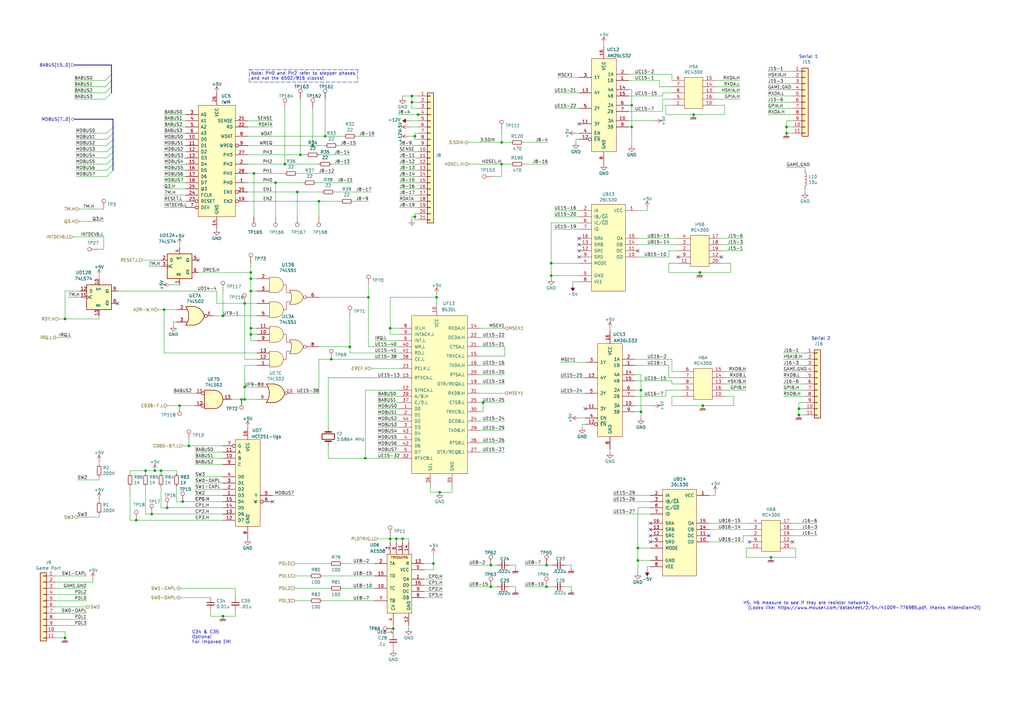
<source format=kicad_sch>
(kicad_sch (version 20211123) (generator eeschema)
  (paper "A3")
  (title_block (title "IWM, Serial, Gameport") (rev "2") (company "bald.ee/bitpreserve") (comment 1 "ROM3 / 1 Mb IIgs") (comment 2 "Redrawn by james@baldengineer"))
  (junction (at 63.5 193.04))
  (junction (at 130.81 82.55))
  (junction (at 99.06 163.83))
  (junction (at 100.33 124.46))
  (junction (at 226.06 107.95))
  (junction (at 26.67 261.62))
  (junction (at 168.91 41.91))
  (junction (at 161.29 257.81))
  (junction (at 284.48 46.99))
  (junction (at 322.58 54.61))
  (junction (at 123.19 63.5))
  (junction (at 179.07 121.92))
  (junction (at 133.35 55.88))
  (junction (at 66.04 193.04))
  (junction (at 67.31 127))
  (junction (at 171.45 46.99))
  (junction (at 149.86 187.96))
  (junction (at 160.02 134.62))
  (junction (at 68.58 208.28))
  (junction (at 288.29 166.37))
  (junction (at 102.87 119.38))
  (junction (at 113.03 74.93))
  (junction (at 91.44 252.73))
  (junction (at 162.56 220.98))
  (junction (at 26.67 130.81))
  (junction (at 205.74 67.31))
  (junction (at 259.08 43.18))
  (junction (at 316.23 228.6))
  (junction (at 327.66 167.64))
  (junction (at 327.66 170.18))
  (junction (at 100.33 158.75))
  (junction (at 261.62 229.87))
  (junction (at 77.47 182.88))
  (junction (at 102.87 134.62))
  (junction (at 128.27 59.69))
  (junction (at 177.8 231.14))
  (junction (at 151.13 121.92))
  (junction (at 165.1 220.98))
  (junction (at 100.33 163.83))
  (junction (at 55.88 213.36))
  (junction (at 116.84 67.31))
  (junction (at 102.87 111.76))
  (junction (at 205.74 58.42))
  (junction (at 180.34 201.93))
  (junction (at 121.92 78.74))
  (junction (at 224.155 231.775))
  (junction (at 261.62 224.79))
  (junction (at 224.155 240.665))
  (junction (at 74.93 205.74))
  (junction (at 73.66 166.37))
  (junction (at 170.18 88.9))
  (junction (at 102.87 137.16))
  (junction (at 168.91 39.37))
  (junction (at 62.23 210.82))
  (junction (at 259.08 52.07))
  (junction (at 322.58 52.07))
  (junction (at 143.51 142.24))
  (junction (at 262.89 160.02))
  (junction (at 262.89 168.91))
  (junction (at 59.69 193.04))
  (junction (at 91.44 129.54))
  (junction (at 198.12 165.1))
  (junction (at 135.89 147.32))
  (junction (at 226.06 113.03))
  (junction (at 287.02 111.76))
  (junction (at 201.295 231.775))
  (junction (at 102.87 114.3))
  (junction (at 201.295 240.665))
  (junction (at 104.14 71.12))
  (junction (at 170.18 55.88))
  (junction (at 160.02 220.98))
  (no_connect (at 307.34 222.25))
  (no_connect (at 237.49 97.79))
  (no_connect (at 261.62 102.87))
  (no_connect (at 48.26 124.46))
  (no_connect (at 266.7 214.63))
  (no_connect (at 290.83 219.71))
  (no_connect (at 237.49 105.41))
  (no_connect (at 295.91 105.41))
  (no_connect (at 237.49 100.33))
  (no_connect (at 237.49 50.8))
  (no_connect (at 240.03 167.64))
  (no_connect (at 237.49 102.87))
  (no_connect (at 278.13 105.41))
  (no_connect (at 111.76 205.74))
  (no_connect (at 266.7 222.25))
  (no_connect (at 81.28 106.68))
  (no_connect (at 266.7 219.71))
  (no_connect (at 266.7 217.17))
  (no_connect (at 325.12 222.25))
  (bus_entry (at 45.72 33.02) (size -2.54 2.54))
  (bus_entry (at 46.355 54.61) (size -2.54 2.54))
  (bus_entry (at 45.72 38.1) (size -2.54 2.54))
  (bus_entry (at 46.355 59.69) (size -2.54 2.54))
  (bus_entry (at 46.355 67.31) (size -2.54 2.54))
  (bus_entry (at 46.355 69.85) (size -2.54 2.54))
  (bus_entry (at 46.355 52.07) (size -2.54 2.54))
  (bus_entry (at 46.355 57.15) (size -2.54 2.54))
  (bus_entry (at 45.72 30.48) (size -2.54 2.54))
  (bus_entry (at 46.355 62.23) (size -2.54 2.54))
  (bus_entry (at 46.355 64.77) (size -2.54 2.54))
  (bus_entry (at 45.72 35.56) (size -2.54 2.54))
  (wire (pts (xy 290.83 217.17) (xy 307.34 217.17)))
  (wire (pts (xy 207.01 142.24) (xy 207.01 146.05)))
  (wire (pts (xy 101.6 49.53) (xy 111.76 49.53)))
  (wire (pts (xy 162.56 222.25) (xy 162.56 220.98)))
  (wire (pts (xy 48.26 119.38) (xy 88.9 119.38)))
  (wire (pts (xy 43.815 67.31) (xy 31.115 67.31)))
  (wire (pts (xy 198.12 165.1) (xy 207.01 165.1)))
  (wire (pts (xy 170.18 88.9) (xy 170.18 90.17)))
  (wire (pts (xy 160.02 219.71) (xy 160.02 220.98)))
  (wire (pts (xy 177.8 233.68) (xy 177.8 231.14)))
  (wire (pts (xy 102.87 134.62) (xy 102.87 137.16)))
  (wire (pts (xy 116.84 67.31) (xy 130.81 67.31)))
  (wire (pts (xy 261.62 224.79) (xy 261.62 229.87)))
  (wire (pts (xy 59.69 194.31) (xy 59.69 193.04)))
  (wire (pts (xy 123.19 40.64) (xy 123.19 63.5)))
  (wire (pts (xy 297.18 43.18) (xy 293.37 43.18)))
  (wire (pts (xy 271.78 38.1) (xy 275.59 38.1)))
  (wire (pts (xy 198.12 168.91) (xy 198.12 165.1)))
  (wire (pts (xy 130.81 142.24) (xy 143.51 142.24)))
  (wire (pts (xy 214.63 58.42) (xy 224.79 58.42)))
  (wire (pts (xy 259.08 52.07) (xy 259.08 59.69)))
  (wire (pts (xy 275.59 162.56) (xy 275.59 166.37)))
  (wire (pts (xy 303.53 35.56) (xy 293.37 35.56)))
  (wire (pts (xy 196.85 172.72) (xy 207.01 172.72)))
  (wire (pts (xy 69.85 116.84) (xy 73.66 116.84)))
  (wire (pts (xy 86.36 245.11) (xy 73.66 245.11)))
  (wire (pts (xy 32.385 85.725) (xy 42.545 85.725)))
  (wire (pts (xy 163.83 142.24) (xy 151.13 142.24)))
  (wire (pts (xy 105.41 147.32) (xy 100.33 147.32)))
  (wire (pts (xy 265.43 86.36) (xy 261.62 86.36)))
  (wire (pts (xy 205.74 72.39) (xy 205.74 67.31)))
  (wire (pts (xy 304.8 219.71) (xy 307.34 219.71)))
  (wire (pts (xy 152.4 78.74) (xy 137.16 78.74)))
  (wire (pts (xy 160.02 134.62) (xy 160.02 121.92)))
  (bus (pts (xy 45.72 30.48) (xy 45.72 26.67)))
  (wire (pts (xy 322.58 52.07) (xy 322.58 54.61)))
  (wire (pts (xy 260.35 147.32) (xy 275.59 147.32)))
  (wire (pts (xy 170.18 57.15) (xy 171.45 57.15)))
  (wire (pts (xy 99.06 163.83) (xy 100.33 163.83)))
  (wire (pts (xy 71.12 132.08) (xy 71.12 133.35)))
  (wire (pts (xy 101.6 59.69) (xy 128.27 59.69)))
  (wire (pts (xy 151.13 142.24) (xy 151.13 121.92)))
  (wire (pts (xy 330.2 154.94) (xy 321.31 154.94)))
  (wire (pts (xy 170.18 88.9) (xy 168.91 88.9)))
  (wire (pts (xy 101.6 63.5) (xy 123.19 63.5)))
  (wire (pts (xy 215.265 231.775) (xy 224.155 231.775)))
  (wire (pts (xy 63.5 193.04) (xy 66.04 193.04)))
  (wire (pts (xy 259.08 43.18) (xy 259.08 52.07)))
  (wire (pts (xy 67.31 49.53) (xy 76.2 49.53)))
  (wire (pts (xy 335.28 219.71) (xy 325.12 219.71)))
  (wire (pts (xy 73.66 241.3) (xy 96.52 241.3)))
  (wire (pts (xy 168.91 39.37) (xy 171.45 39.37)))
  (wire (pts (xy 162.56 220.98) (xy 160.02 220.98)))
  (wire (pts (xy 102.87 137.16) (xy 102.87 139.7)))
  (wire (pts (xy 22.86 251.46) (xy 35.56 251.46)))
  (wire (pts (xy 67.31 127) (xy 72.39 127)))
  (wire (pts (xy 80.01 195.58) (xy 91.44 195.58)))
  (wire (pts (xy 247.65 19.05) (xy 247.65 17.78)))
  (wire (pts (xy 127 236.22) (xy 120.65 236.22)))
  (wire (pts (xy 257.81 36.83) (xy 259.08 36.83)))
  (wire (pts (xy 330.2 160.02) (xy 321.31 160.02)))
  (wire (pts (xy 152.4 151.13) (xy 163.83 151.13)))
  (wire (pts (xy 171.45 41.91) (xy 168.91 41.91)))
  (wire (pts (xy 325.12 224.79) (xy 326.39 224.79)))
  (wire (pts (xy 165.1 222.25) (xy 165.1 220.98)))
  (wire (pts (xy 306.07 228.6) (xy 316.23 228.6)))
  (wire (pts (xy 288.29 166.37) (xy 300.99 166.37)))
  (bus (pts (xy 45.72 35.56) (xy 45.72 33.02)))
  (wire (pts (xy 154.94 165.1) (xy 163.83 165.1)))
  (bus (pts (xy 46.355 57.15) (xy 46.355 59.69)))
  (wire (pts (xy 295.91 100.33) (xy 304.8 100.33)))
  (wire (pts (xy 165.1 39.37) (xy 165.1 40.005)))
  (wire (pts (xy 229.87 148.59) (xy 240.03 148.59)))
  (wire (pts (xy 87.63 129.54) (xy 91.44 129.54)))
  (wire (pts (xy 327.66 167.64) (xy 327.66 170.18)))
  (wire (pts (xy 234.95 115.57) (xy 237.49 115.57)))
  (wire (pts (xy 149.86 187.96) (xy 163.83 187.96)))
  (wire (pts (xy 176.53 199.39) (xy 176.53 201.93)))
  (wire (pts (xy 168.91 44.45) (xy 168.91 41.91)))
  (wire (pts (xy 325.12 31.75) (xy 314.96 31.75)))
  (wire (pts (xy 327.66 165.1) (xy 327.66 167.64)))
  (wire (pts (xy 130.81 88.9) (xy 130.81 82.55)))
  (wire (pts (xy 179.07 121.92) (xy 179.07 124.46)))
  (wire (pts (xy 120.65 203.2) (xy 111.76 203.2)))
  (wire (pts (xy 257.81 30.48) (xy 275.59 30.48)))
  (wire (pts (xy 26.67 130.81) (xy 40.64 130.81)))
  (wire (pts (xy 43.815 72.39) (xy 31.115 72.39)))
  (wire (pts (xy 304.8 97.79) (xy 295.91 97.79)))
  (wire (pts (xy 306.07 157.48) (xy 297.18 157.48)))
  (wire (pts (xy 40.64 189.23) (xy 40.64 190.5)))
  (wire (pts (xy 74.93 182.88) (xy 77.47 182.88)))
  (wire (pts (xy 91.44 252.73) (xy 96.52 252.73)))
  (wire (pts (xy 271.78 40.64) (xy 275.59 40.64)))
  (wire (pts (xy 40.64 129.54) (xy 40.64 130.81)))
  (wire (pts (xy 163.83 72.39) (xy 171.45 72.39)))
  (wire (pts (xy 171.45 44.45) (xy 168.91 44.45)))
  (wire (pts (xy 53.34 193.04) (xy 59.69 193.04)))
  (wire (pts (xy 196.85 146.05) (xy 207.01 146.05)))
  (wire (pts (xy 259.08 36.83) (xy 259.08 43.18)))
  (wire (pts (xy 101.6 67.31) (xy 116.84 67.31)))
  (wire (pts (xy 62.23 210.82) (xy 91.44 210.82)))
  (wire (pts (xy 330.2 77.47) (xy 330.2 78.74)))
  (wire (pts (xy 275.59 166.37) (xy 288.29 166.37)))
  (wire (pts (xy 330.2 147.32) (xy 321.31 147.32)))
  (wire (pts (xy 66.04 106.68) (xy 58.42 106.68)))
  (wire (pts (xy 266.7 208.28) (xy 261.62 208.28)))
  (wire (pts (xy 30.48 38.1) (xy 43.18 38.1)))
  (bus (pts (xy 45.72 26.67) (xy 30.48 26.67)))
  (wire (pts (xy 279.4 162.56) (xy 275.59 162.56)))
  (wire (pts (xy 330.2 68.58) (xy 322.58 68.58)))
  (wire (pts (xy 250.19 134.62) (xy 250.19 135.89)))
  (wire (pts (xy 33.02 119.38) (xy 26.67 119.38)))
  (wire (pts (xy 330.2 165.1) (xy 327.66 165.1)))
  (wire (pts (xy 227.33 93.98) (xy 237.49 93.98)))
  (wire (pts (xy 306.07 152.4) (xy 297.18 152.4)))
  (wire (pts (xy 163.83 147.32) (xy 135.89 147.32)))
  (wire (pts (xy 120.65 161.29) (xy 130.81 161.29)))
  (wire (pts (xy 26.67 261.62) (xy 22.86 261.62)))
  (wire (pts (xy 80.01 161.29) (xy 71.12 161.29)))
  (wire (pts (xy 144.78 74.93) (xy 129.54 74.93)))
  (wire (pts (xy 143.51 144.78) (xy 143.51 142.24)))
  (wire (pts (xy 130.81 121.92) (xy 151.13 121.92)))
  (wire (pts (xy 290.83 222.25) (xy 304.8 222.25)))
  (wire (pts (xy 330.2 167.64) (xy 327.66 167.64)))
  (bus (pts (xy 45.72 33.02) (xy 45.72 30.48)))
  (wire (pts (xy 113.03 88.9) (xy 113.03 74.93)))
  (wire (pts (xy 196.85 153.67) (xy 207.01 153.67)))
  (wire (pts (xy 101.6 82.55) (xy 130.81 82.55)))
  (wire (pts (xy 171.45 87.63) (xy 170.18 87.63)))
  (wire (pts (xy 105.41 139.7) (xy 102.87 139.7)))
  (wire (pts (xy 53.34 213.36) (xy 55.88 213.36)))
  (wire (pts (xy 234.315 240.665) (xy 234.315 241.935)))
  (wire (pts (xy 40.64 195.58) (xy 40.64 196.85)))
  (wire (pts (xy 257.81 52.07) (xy 259.08 52.07)))
  (bus (pts (xy 46.355 48.895) (xy 30.48 48.895)))
  (wire (pts (xy 105.41 119.38) (xy 102.87 119.38)))
  (bus (pts (xy 45.72 38.1) (xy 45.72 35.56)))
  (wire (pts (xy 167.64 49.53) (xy 171.45 49.53)))
  (bus (pts (xy 46.355 62.23) (xy 46.355 64.77)))
  (wire (pts (xy 67.31 54.61) (xy 76.2 54.61)))
  (wire (pts (xy 271.78 45.72) (xy 271.78 40.64)))
  (wire (pts (xy 73.66 166.37) (xy 80.01 166.37)))
  (polyline (pts (xy 146.685 28.575) (xy 146.685 33.655)))
  (wire (pts (xy 43.815 62.23) (xy 31.115 62.23)))
  (wire (pts (xy 229.87 161.29) (xy 240.03 161.29)))
  (wire (pts (xy 130.81 161.29) (xy 130.81 147.32)))
  (wire (pts (xy 170.18 54.61) (xy 170.18 55.88)))
  (wire (pts (xy 265.43 232.41) (xy 265.43 233.68)))
  (wire (pts (xy 73.66 100.33) (xy 73.66 101.6)))
  (wire (pts (xy 153.67 139.7) (xy 163.83 139.7)))
  (wire (pts (xy 163.83 74.93) (xy 171.45 74.93)))
  (wire (pts (xy 160.02 121.92) (xy 179.07 121.92)))
  (wire (pts (xy 91.44 190.5) (xy 80.01 190.5)))
  (wire (pts (xy 236.22 54.61) (xy 237.49 54.61)))
  (wire (pts (xy 43.18 33.02) (xy 30.48 33.02)))
  (wire (pts (xy 161.29 265.43) (xy 161.29 266.7)))
  (wire (pts (xy 27.94 121.92) (xy 33.02 121.92)))
  (wire (pts (xy 80.01 200.66) (xy 91.44 200.66)))
  (wire (pts (xy 262.89 153.67) (xy 262.89 160.02)))
  (wire (pts (xy 208.915 231.775) (xy 211.455 231.775)))
  (wire (pts (xy 274.32 102.87) (xy 278.13 102.87)))
  (bus (pts (xy 46.355 52.07) (xy 46.355 54.61)))
  (wire (pts (xy 266.7 224.79) (xy 261.62 224.79)))
  (wire (pts (xy 76.2 80.01) (xy 67.31 80.01)))
  (wire (pts (xy 29.21 138.43) (xy 22.86 138.43)))
  (wire (pts (xy 67.31 64.77) (xy 76.2 64.77)))
  (polyline (pts (xy 102.235 28.575) (xy 146.685 28.575)))
  (wire (pts (xy 105.41 158.75) (xy 100.33 158.75)))
  (wire (pts (xy 72.39 132.08) (xy 71.12 132.08)))
  (wire (pts (xy 167.64 220.98) (xy 165.1 220.98)))
  (wire (pts (xy 201.295 240.665) (xy 203.835 240.665)))
  (wire (pts (xy 325.12 52.07) (xy 322.58 52.07)))
  (wire (pts (xy 250.19 184.15) (xy 250.19 185.42)))
  (wire (pts (xy 105.41 114.3) (xy 102.87 114.3)))
  (wire (pts (xy 196.85 176.53) (xy 207.01 176.53)))
  (wire (pts (xy 168.91 41.91) (xy 168.91 39.37)))
  (wire (pts (xy 80.01 198.12) (xy 91.44 198.12)))
  (wire (pts (xy 77.47 180.34) (xy 77.47 182.88)))
  (wire (pts (xy 330.2 152.4) (xy 321.31 152.4)))
  (bus (pts (xy 46.355 59.69) (xy 46.355 62.23)))
  (wire (pts (xy 86.36 252.73) (xy 91.44 252.73)))
  (wire (pts (xy 40.64 204.47) (xy 40.64 205.74)))
  (wire (pts (xy 207.01 185.42) (xy 196.85 185.42)))
  (wire (pts (xy 132.08 246.38) (xy 153.67 246.38)))
  (wire (pts (xy 144.78 82.55) (xy 151.13 82.55)))
  (wire (pts (xy 105.41 124.46) (xy 100.33 124.46)))
  (wire (pts (xy 265.43 85.09) (xy 265.43 86.36)))
  (wire (pts (xy 275.59 147.32) (xy 275.59 152.4)))
  (wire (pts (xy 270.51 35.56) (xy 275.59 35.56)))
  (wire (pts (xy 192.405 240.665) (xy 201.295 240.665)))
  (wire (pts (xy 163.83 59.69) (xy 171.45 59.69)))
  (wire (pts (xy 290.83 214.63) (xy 307.34 214.63)))
  (wire (pts (xy 237.49 86.36) (xy 227.33 86.36)))
  (wire (pts (xy 293.37 38.1) (xy 303.53 38.1)))
  (wire (pts (xy 134.62 187.96) (xy 149.86 187.96)))
  (wire (pts (xy 325.12 39.37) (xy 314.96 39.37)))
  (wire (pts (xy 120.65 231.14) (xy 135.255 231.14)))
  (wire (pts (xy 67.31 74.93) (xy 76.2 74.93)))
  (wire (pts (xy 163.83 85.09) (xy 171.45 85.09)))
  (wire (pts (xy 22.86 246.38) (xy 35.56 246.38)))
  (wire (pts (xy 262.89 168.91) (xy 260.35 168.91)))
  (wire (pts (xy 214.63 67.31) (xy 224.79 67.31)))
  (wire (pts (xy 42.545 102.235) (xy 42.545 97.155)))
  (wire (pts (xy 325.12 36.83) (xy 314.96 36.83)))
  (wire (pts (xy 35.56 236.22) (xy 22.86 236.22)))
  (wire (pts (xy 102.87 119.38) (xy 102.87 134.62)))
  (wire (pts (xy 261.62 208.28) (xy 261.62 224.79)))
  (wire (pts (xy 133.35 40.64) (xy 133.35 55.88)))
  (wire (pts (xy 171.45 80.01) (xy 163.83 80.01)))
  (bus (pts (xy 46.355 54.61) (xy 46.355 57.15)))
  (wire (pts (xy 146.05 55.88) (xy 153.67 55.88)))
  (wire (pts (xy 101.6 52.07) (xy 111.76 52.07)))
  (wire (pts (xy 236.22 57.15) (xy 236.22 58.42)))
  (wire (pts (xy 101.6 71.12) (xy 104.14 71.12)))
  (wire (pts (xy 67.31 57.15) (xy 76.2 57.15)))
  (wire (pts (xy 262.89 160.02) (xy 262.89 168.91)))
  (wire (pts (xy 91.44 187.96) (xy 80.01 187.96)))
  (polyline (pts (xy 102.235 28.575) (xy 102.87 28.575)))
  (wire (pts (xy 325.12 54.61) (xy 322.58 54.61)))
  (wire (pts (xy 88.9 124.46) (xy 100.33 124.46)))
  (wire (pts (xy 120.65 246.38) (xy 127 246.38)))
  (wire (pts (xy 143.51 63.5) (xy 130.81 63.5)))
  (wire (pts (xy 196.85 142.24) (xy 207.01 142.24)))
  (wire (pts (xy 304.8 222.25) (xy 304.8 219.71)))
  (wire (pts (xy 53.34 213.36) (xy 53.34 199.39)))
  (wire (pts (xy 262.89 168.91) (xy 262.89 171.45)))
  (wire (pts (xy 160.02 134.62) (xy 163.83 134.62)))
  (wire (pts (xy 191.77 67.31) (xy 205.74 67.31)))
  (wire (pts (xy 163.83 69.85) (xy 171.45 69.85)))
  (wire (pts (xy 40.64 210.82) (xy 40.64 212.09)))
  (wire (pts (xy 260.35 162.56) (xy 273.05 162.56)))
  (wire (pts (xy 101.6 78.74) (xy 121.92 78.74)))
  (wire (pts (xy 140.335 241.3) (xy 153.67 241.3)))
  (wire (pts (xy 88.9 119.38) (xy 88.9 124.46)))
  (wire (pts (xy 201.93 72.39) (xy 205.74 72.39)))
  (wire (pts (xy 260.35 149.86) (xy 274.32 149.86)))
  (wire (pts (xy 67.31 52.07) (xy 76.2 52.07)))
  (wire (pts (xy 26.67 259.08) (xy 26.67 261.62)))
  (wire (pts (xy 121.92 78.74) (xy 132.08 78.74)))
  (wire (pts (xy 325.12 217.17) (xy 335.28 217.17)))
  (wire (pts (xy 260.35 153.67) (xy 262.89 153.67)))
  (wire (pts (xy 91.44 185.42) (xy 80.01 185.42)))
  (wire (pts (xy 43.815 69.85) (xy 31.115 69.85)))
  (wire (pts (xy 274.32 107.95) (xy 274.32 111.76)))
  (wire (pts (xy 64.77 127) (xy 67.31 127)))
  (wire (pts (xy 151.13 121.92) (xy 151.13 116.84)))
  (wire (pts (xy 100.33 158.75) (xy 100.33 163.83)))
  (wire (pts (xy 67.31 67.31) (xy 76.2 67.31)))
  (wire (pts (xy 275.59 30.48) (xy 275.59 33.02)))
  (polyline (pts (xy 102.235 33.655) (xy 102.235 28.575)))
  (wire (pts (xy 237.49 31.75) (xy 228.6 31.75)))
  (wire (pts (xy 261.62 105.41) (xy 274.32 105.41)))
  (wire (pts (xy 170.18 55.88) (xy 170.18 57.15)))
  (wire (pts (xy 284.48 46.99) (xy 297.18 46.99)))
  (wire (pts (xy 224.155 240.665) (xy 226.695 240.665)))
  (wire (pts (xy 43.815 57.15) (xy 31.115 57.15)))
  (wire (pts (xy 59.69 210.82) (xy 59.69 199.39)))
  (wire (pts (xy 209.55 58.42) (xy 205.74 58.42)))
  (wire (pts (xy 196.85 149.86) (xy 207.01 149.86)))
  (bus (pts (xy 46.355 67.31) (xy 46.355 69.85)))
  (wire (pts (xy 201.295 231.775) (xy 203.835 231.775)))
  (wire (pts (xy 113.03 74.93) (xy 124.46 74.93)))
  (wire (pts (xy 66.04 193.04) (xy 72.39 193.04)))
  (wire (pts (xy 102.87 107.95) (xy 102.87 111.76)))
  (wire (pts (xy 330.2 149.86) (xy 321.31 149.86)))
  (wire (pts (xy 66.04 208.28) (xy 66.04 199.39)))
  (wire (pts (xy 43.815 54.61) (xy 31.115 54.61)))
  (wire (pts (xy 100.33 124.46) (xy 100.33 147.32)))
  (wire (pts (xy 163.83 67.31) (xy 171.45 67.31)))
  (wire (pts (xy 227.33 44.45) (xy 237.49 44.45)))
  (wire (pts (xy 205.74 53.34) (xy 205.74 58.42)))
  (wire (pts (xy 35.56 241.3) (xy 22.86 241.3)))
  (wire (pts (xy 192.405 231.775) (xy 201.295 231.775)))
  (wire (pts (xy 132.08 236.22) (xy 153.67 236.22)))
  (wire (pts (xy 22.86 256.54) (xy 35.56 256.54)))
  (wire (pts (xy 22.86 243.84) (xy 35.56 243.84)))
  (wire (pts (xy 271.78 39.37) (xy 271.78 38.1)))
  (wire (pts (xy 260.35 160.02) (xy 262.89 160.02)))
  (wire (pts (xy 335.28 214.63) (xy 325.12 214.63)))
  (wire (pts (xy 307.34 224.79) (xy 306.07 224.79)))
  (wire (pts (xy 173.99 242.57) (xy 181.61 242.57)))
  (wire (pts (xy 314.96 41.91) (xy 325.12 41.91)))
  (wire (pts (xy 173.355 46.99) (xy 171.45 46.99)))
  (wire (pts (xy 300.99 162.56) (xy 297.18 162.56)))
  (wire (pts (xy 226.06 107.95) (xy 226.06 113.03)))
  (wire (pts (xy 154.94 162.56) (xy 163.83 162.56)))
  (wire (pts (xy 325.12 34.29) (xy 314.96 34.29)))
  (wire (pts (xy 177.8 231.14) (xy 177.8 227.33)))
  (wire (pts (xy 226.06 113.03) (xy 226.06 114.3)))
  (wire (pts (xy 326.39 224.79) (xy 326.39 228.6)))
  (wire (pts (xy 273.05 43.18) (xy 273.05 46.99)))
  (wire (pts (xy 91.44 129.54) (xy 105.41 129.54)))
  (wire (pts (xy 293.37 33.02) (xy 303.53 33.02)))
  (wire (pts (xy 173.99 233.68) (xy 177.8 233.68)))
  (wire (pts (xy 330.2 170.18) (xy 327.66 170.18)))
  (wire (pts (xy 22.86 254) (xy 35.56 254)))
  (wire (pts (xy 275.59 152.4) (xy 279.4 152.4)))
  (wire (pts (xy 266.7 232.41) (xy 265.43 232.41)))
  (wire (pts (xy 160.02 222.25) (xy 160.02 220.98)))
  (wire (pts (xy 224.155 231.775) (xy 226.695 231.775)))
  (wire (pts (xy 154.94 172.72) (xy 163.83 172.72)))
  (wire (pts (xy 100.33 149.86) (xy 100.33 158.75)))
  (wire (pts (xy 237.49 107.95) (xy 226.06 107.95)))
  (wire (pts (xy 105.41 134.62) (xy 102.87 134.62)))
  (wire (pts (xy 43.815 64.77) (xy 31.115 64.77)))
  (wire (pts (xy 80.01 203.2) (xy 91.44 203.2)))
  (bus (pts (xy 46.355 64.77) (xy 46.355 67.31)))
  (wire (pts (xy 207.01 134.62) (xy 196.85 134.62)))
  (wire (pts (xy 171.45 54.61) (xy 170.18 54.61)))
  (wire (pts (xy 96.52 252.73) (xy 96.52 250.19)))
  (wire (pts (xy 96.52 241.3) (xy 96.52 245.11)))
  (wire (pts (xy 102.87 111.76) (xy 102.87 114.3)))
  (wire (pts (xy 116.84 44.45) (xy 116.84 67.31)))
  (bus (pts (xy 46.355 48.895) (xy 46.355 52.07)))
  (wire (pts (xy 67.31 77.47) (xy 76.2 77.47)))
  (wire (pts (xy 297.18 160.02) (xy 306.07 160.02)))
  (wire (pts (xy 86.36 250.19) (xy 86.36 252.73)))
  (wire (pts (xy 43.815 59.69) (xy 31.115 59.69)))
  (wire (pts (xy 240.03 173.99) (xy 238.76 173.99)))
  (wire (pts (xy 273.05 46.99) (xy 284.48 46.99)))
  (wire (pts (xy 196.85 165.1) (xy 198.12 165.1)))
  (wire (pts (xy 140.335 231.14) (xy 153.67 231.14)))
  (wire (pts (xy 330.2 162.56) (xy 321.31 162.56)))
  (wire (pts (xy 179.07 120.65) (xy 179.07 121.92)))
  (wire (pts (xy 251.46 203.2) (xy 266.7 203.2)))
  (wire (pts (xy 76.2 85.09) (xy 67.31 85.09)))
  (wire (pts (xy 297.18 46.99) (xy 297.18 43.18)))
  (wire (pts (xy 168.91 39.37) (xy 165.1 39.37)))
  (wire (pts (xy 154.94 180.34) (xy 163.83 180.34)))
  (wire (pts (xy 130.81 82.55) (xy 139.7 82.55)))
  (wire (pts (xy 72.39 193.04) (xy 72.39 194.31)))
  (wire (pts (xy 59.69 210.82) (xy 62.23 210.82)))
  (wire (pts (xy 261.62 97.79) (xy 278.13 97.79)))
  (wire (pts (xy 260.35 156.21) (xy 275.59 156.21)))
  (wire (pts (xy 234.95 115.57) (xy 234.95 116.84)))
  (wire (pts (xy 171.45 82.55) (xy 163.83 82.55)))
  (wire (pts (xy 273.05 162.56) (xy 273.05 160.02)))
  (wire (pts (xy 40.005 102.235) (xy 42.545 102.235)))
  (wire (pts (xy 257.81 45.72) (xy 271.78 45.72)))
  (wire (pts (xy 135.255 241.3) (xy 120.65 241.3)))
  (wire (pts (xy 102.87 114.3) (xy 102.87 119.38)))
  (wire (pts (xy 207.01 161.29) (xy 196.85 161.29)))
  (wire (pts (xy 215.265 240.665) (xy 224.155 240.665)))
  (wire (pts (xy 257.81 43.18) (xy 259.08 43.18)))
  (wire (pts (xy 322.58 49.53) (xy 322.58 52.07)))
  (wire (pts (xy 278.13 107.95) (xy 274.32 107.95)))
  (wire (pts (xy 257.81 39.37) (xy 271.78 39.37)))
  (wire (pts (xy 273.05 160.02) (xy 279.4 160.02)))
  (wire (pts (xy 170.18 87.63) (xy 170.18 88.9)))
  (wire (pts (xy 299.72 107.95) (xy 295.91 107.95)))
  (wire (pts (xy 173.99 231.14) (xy 177.8 231.14)))
  (wire (pts (xy 267.97 166.37) (xy 260.35 166.37)))
  (wire (pts (xy 95.25 163.83) (xy 99.06 163.83)))
  (wire (pts (xy 330.2 157.48) (xy 321.31 157.48)))
  (wire (pts (xy 121.92 71.12) (xy 137.16 71.12)))
  (wire (pts (xy 104.14 71.12) (xy 116.84 71.12)))
  (wire (pts (xy 274.32 149.86) (xy 274.32 154.94)))
  (wire (pts (xy 226.06 91.44) (xy 226.06 107.95)))
  (wire (pts (xy 22.86 248.92) (xy 35.56 248.92)))
  (wire (pts (xy 171.45 62.23) (xy 163.83 62.23)))
  (wire (pts (xy 270.51 33.02) (xy 270.51 35.56)))
  (wire (pts (xy 134.62 182.88) (xy 134.62 187.96)))
  (wire (pts (xy 325.12 29.21) (xy 314.96 29.21)))
  (wire (pts (xy 100.33 163.83) (xy 105.41 163.83)))
  (wire (pts (xy 299.72 111.76) (xy 299.72 107.95)))
  (wire (pts (xy 261.62 100.33) (xy 278.13 100.33)))
  (polyline (pts (xy 146.685 33.655) (xy 102.235 33.655)))
  (wire (pts (xy 102.87 137.16) (xy 105.41 137.16)))
  (wire (pts (xy 330.2 144.78) (xy 321.31 144.78)))
  (wire (pts (xy 176.53 201.93) (xy 180.34 201.93)))
  (wire (pts (xy 55.88 213.36) (xy 91.44 213.36)))
  (wire (pts (xy 171.45 77.47) (xy 163.83 77.47)))
  (wire (pts (xy 24.13 130.81) (xy 26.67 130.81)))
  (wire (pts (xy 74.93 205.74) (xy 91.44 205.74)))
  (wire (pts (xy 154.94 167.64) (xy 163.83 167.64)))
  (wire (pts (xy 91.44 119.38) (xy 91.44 129.54)))
  (wire (pts (xy 105.41 149.86) (xy 100.33 149.86)))
  (wire (pts (xy 101.6 55.88) (xy 133.35 55.88)))
  (wire (pts (xy 31.75 196.85) (xy 40.64 196.85)))
  (wire (pts (xy 231.775 240.665) (xy 234.315 240.665)))
  (wire (pts (xy 104.14 88.9) (xy 104.14 71.12)))
  (wire (pts (xy 275.59 43.18) (xy 273.05 43.18)))
  (wire (pts (xy 128.27 44.45) (xy 128.27 59.69)))
  (wire (pts (xy 161.29 257.81) (xy 161.29 260.35)))
  (wire (pts (xy 287.02 111.76) (xy 299.72 111.76)))
  (wire (pts (xy 167.64 222.25) (xy 167.64 220.98)))
  (wire (pts (xy 196.85 138.43) (xy 207.01 138.43)))
  (wire (pts (xy 26.67 119.38) (xy 26.67 130.81)))
  (wire (pts (xy 234.315 231.775) (xy 234.315 233.045)))
  (wire (pts (xy 81.28 111.76) (xy 102.87 111.76)))
  (wire (pts (xy 231.775 231.775) (xy 234.315 231.775)))
  (wire (pts (xy 133.35 55.88) (xy 140.97 55.88)))
  (wire (pts (xy 251.46 205.74) (xy 266.7 205.74)))
  (wire (pts (xy 72.39 205.74) (xy 74.93 205.74)))
  (wire (pts (xy 154.94 170.18) (xy 163.83 170.18)))
  (wire (pts (xy 32.385 90.805) (xy 42.545 90.805)))
  (wire (pts (xy 67.31 144.78) (xy 67.31 127)))
  (wire (pts (xy 160.02 220.98) (xy 154.94 220.98)))
  (wire (pts (xy 229.87 154.94) (xy 240.03 154.94)))
  (wire (pts (xy 261.62 229.87) (xy 261.62 234.95)))
  (wire (pts (xy 59.69 193.04) (xy 63.5 193.04)))
  (wire (pts (xy 171.45 46.99) (xy 163.195 46.99)))
  (wire (pts (xy 38.1 238.76) (xy 38.1 237.49)))
  (wire (pts (xy 72.39 205.74) (xy 72.39 199.39)))
  (wire (pts (xy 240.03 171.45) (xy 237.49 171.45)))
  (wire (pts (xy 154.94 177.8) (xy 163.83 177.8)))
  (wire (pts (xy 257.81 49.53) (xy 268.605 49.53)))
  (wire (pts (xy 40.64 113.03) (xy 40.64 114.3)))
  (wire (pts (xy 134.62 154.94) (xy 163.83 154.94)))
  (wire (pts (xy 68.58 166.37) (xy 73.66 166.37)))
  (wire (pts (xy 66.04 194.31) (xy 66.04 193.04)))
  (wire (pts (xy 300.99 166.37) (xy 300.99 162.56)))
  (wire (pts (xy 67.31 62.23) (xy 76.2 62.23)))
  (wire (pts (xy 251.46 210.82) (xy 266.7 210.82)))
  (wire (pts (xy 60.96 109.22) (xy 66.04 109.22)))
  (wire (pts (xy 105.41 144.78) (xy 67.31 144.78)))
  (wire (pts (xy 66.04 208.28) (xy 68.58 208.28)))
  (wire (pts (xy 211.455 231.775) (xy 211.455 233.045)))
  (wire (pts (xy 161.29 256.54) (xy 161.29 257.81)))
  (wire (pts (xy 257.81 33.02) (xy 270.51 33.02)))
  (wire (pts (xy 149.86 160.02) (xy 163.83 160.02)))
  (wire (pts (xy 205.74 58.42) (xy 191.77 58.42)))
  (wire (pts (xy 128.27 59.69) (xy 133.35 59.69)))
  (wire (pts (xy 293.37 201.93) (xy 293.37 203.2)))
  (wire (pts (xy 198.12 168.91) (xy 196.85 168.91)))
  (wire (pts (xy 154.94 185.42) (xy 163.83 185.42)))
  (wire (pts (xy 154.94 175.26) (xy 163.83 175.26)))
  (wire (pts (xy 138.43 59.69) (xy 146.05 59.69)))
  (wire (pts (xy 163.83 144.78) (xy 143.51 144.78)))
  (wire (pts (xy 237.49 91.44) (xy 226.06 91.44)))
  (wire (pts (xy 208.915 240.665) (xy 211.455 240.665)))
  (wire (pts (xy 149.86 187.96) (xy 149.86 160.02)))
  (wire (pts (xy 67.31 72.39) (xy 76.2 72.39)))
  (wire (pts (xy 160.02 137.16) (xy 160.02 134.62)))
  (wire (pts (xy 196.85 157.48) (xy 207.01 157.48)))
  (wire (pts (xy 293.37 203.2) (xy 290.83 203.2)))
  (wire (pts (xy 123.19 63.5) (xy 125.73 63.5)))
  (wire (pts (xy 227.33 38.1) (xy 237.49 38.1)))
  (wire (pts (xy 304.8 102.87) (xy 295.91 102.87)))
  (wire (pts (xy 237.49 113.03) (xy 226.06 113.03)))
  (wire (pts (xy 325.12 49.53) (xy 322.58 49.53)))
  (wire (pts (xy 170.18 90.17) (xy 171.45 90.17)))
  (wire (pts (xy 185.42 201.93) (xy 180.34 201.93)))
  (wire (pts (xy 275.59 156.21) (xy 275.59 157.48)))
  (wire (pts (xy 274.32 105.41) (xy 274.32 102.87)))
  (wire (pts (xy 181.61 240.03) (xy 173.99 240.03)))
  (wire (pts (xy 67.31 69.85) (xy 76.2 69.85)))
  (wire (pts (xy 31.75 212.09) (xy 40.64 212.09)))
  (wire (pts (xy 134.62 154.94) (xy 134.62 175.26)))
  (wire (pts (xy 167.64 52.07) (xy 171.45 52.07)))
  (wire (pts (xy 121.92 88.9) (xy 121.92 78.74)))
  (wire (pts (xy 101.6 74.93) (xy 113.03 74.93)))
  (wire (pts (xy 67.31 59.69) (xy 76.2 59.69)))
  (wire (pts (xy 29.845 97.155) (xy 42.545 97.155)))
  (wire (pts (xy 43.18 40.64) (xy 30.48 40.64)))
  (wire (pts (xy 77.47 182.88) (xy 91.44 182.88)))
  (wire (pts (xy 314.96 44.45) (xy 325.12 44.45)))
  (wire (pts (xy 167.64 256.54) (xy 167.64 257.81)))
  (wire (pts (xy 143.51 142.24) (xy 143.51 129.54)))
  (wire (pts (xy 326.39 228.6) (xy 316.23 228.6)))
  (wire (pts (xy 67.31 46.99) (xy 76.2 46.99)))
  (wire (pts (xy 143.51 67.31) (xy 135.89 67.31)))
  (wire (pts (xy 237.49 88.9) (xy 227.33 88.9)))
  (wire (pts (xy 163.83 64.77) (xy 171.45 64.77)))
  (wire (pts (xy 68.58 208.28) (xy 91.44 208.28)))
  (wire (pts (xy 53.34 194.31) (xy 53.34 193.04)))
  (wire (pts (xy 165.1 220.98) (xy 162.56 220.98)))
  (wire (pts (xy 314.96 46.99) (xy 325.12 46.99)))
  (wire (pts (xy 274.32 111.76) (xy 287.02 111.76)))
  (wire (pts (xy 163.83 137.16) (xy 160.02 137.16)))
  (wire (pts (xy 43.18 35.56) (xy 30.48 35.56)))
  (wire (pts (xy 266.7 229.87) (xy 261.62 229.87)))
  (wire (pts (xy 185.42 199.39) (xy 185.42 201.93)))
  (wire (pts (xy 238.76 173.99) (xy 238.76 175.26)))
  (wire (pts (xy 237.49 57.15) (xy 236.22 57.15)))
  (wire (pts (xy 211.455 240.665) (xy 211.455 241.935)))
  (wire (pts (xy 274.32 154.94) (xy 279.4 154.94)))
  (wire (pts (xy 330.2 68.58) (xy 330.2 69.85)))
  (wire (pts (xy 173.99 237.49) (xy 181.61 237.49)))
  (wire (pts (xy 306.07 224.79) (xy 306.07 228.6)))
  (wire (pts (xy 167.64 55.88) (xy 170.18 55.88)))
  (wire (pts (xy 154.94 182.88) (xy 163.83 182.88)))
  (wire (pts (xy 297.18 154.94) (xy 306.07 154.94)))
  (wire (pts (xy 303.53 40.64) (xy 293.37 40.64)))
  (wire (pts (xy 275.59 157.48) (xy 279.4 157.48)))
  (wire (pts (xy 181.61 245.11) (xy 173.99 245.11)))
  (wire (pts (xy 130.81 147.32) (xy 135.89 147.32)))
  (wire (pts (xy 168.91 88.9) (xy 168.91 90.17)))
  (wire (pts (xy 209.55 67.31) (xy 205.74 67.31)))
  (wire (pts (xy 207.01 181.61) (xy 196.85 181.61)))
  (wire (pts (xy 22.86 259.08) (xy 26.67 259.08)))
  (wire (pts (xy 22.86 238.76) (xy 38.1 238.76)))
  (wire (pts (xy 76.2 82.55) (xy 67.31 82.55)))
  (text "Note: PH0 and PH2 refer to stepper phases,\nand not the 6502/816 clocks!" (at 102.87 33.02 0) (effects (font (size 1.27 1.27)) (justify left bottom)))
  (text "Serial 2" (at 332.74 139.7 0) (effects (font (size 1.27 1.27)) (justify left bottom)))
  (text "C34 & C35\nOptional \nFor Impoved EMI" (at 78.74 264.16 0) (effects (font (size 1.27 1.27)) (justify left bottom)))
  (text "Serial 1" (at 327.66 24.13 0) (effects (font (size 1.27 1.27)) (justify left bottom)))
  (text "H5, H6 measure to see if they are resistor networks.\n  (Looks like: https://www.mouser.com/datasheet/2/54/4100R-776985.pdf, thanks midendian42!)" (at 304.8 250.19 0) (effects (font (size 1.27 1.27)) (justify left bottom)))
  (label "UE15-16" (at 227.33 86.36 0))
  (label "UB16-10" (at 294.64 222.25 0))
  (label "MDBUS0" (at 154.94 167.64 0))
  (label "MSEY1" (at 229.87 148.59 0))
  (label "J8-13" (at 163.83 69.85 0))
  (label "RDATA" (at 111.76 52.07 180))
  (label "UE15-22" (at 207.01 138.43 180))
  (label "J8-4" (at 163.195 46.99 0))
  (label "Q3.H" (at 42.545 90.805 180))
  (label "CP2.H" (at 181.61 242.57 180))
  (label "UB16-14" (at 294.64 217.17 0))
  (label "SW0-OAPL" (at 35.56 251.46 180))
  (label "UC16-15" (at 264.16 156.21 0))
  (label "RXDB.L" (at 321.31 154.94 0))
  (label "MDBUS0" (at 31.115 54.61 0))
  (label "J8-13" (at 143.51 67.31 180))
  (label "SW3" (at 31.75 212.09 0))
  (label "PH3" (at 111.76 63.5 180))
  (label "MDBUS3" (at 154.94 175.26 0))
  (label "RXDB.H" (at 306.07 152.4 180))
  (label "RESET.L" (at 67.31 82.55 0))
  (label "PH2" (at 111.76 67.31 180))
  (label "J8-14" (at 143.51 63.5 180))
  (label "GAME.GND" (at 35.56 241.3 180))
  (label "UE15-20" (at 227.33 88.9 0))
  (label "HSKIB.H" (at 306.07 157.48 180))
  (label "MDBUS5" (at 31.115 67.31 0))
  (label "Q3.H" (at 67.31 77.47 0))
  (label "MDBUS4" (at 154.94 177.8 0))
  (label "UE15-16" (at 207.01 149.86 180))
  (label "SW1-CAPL" (at 80.01 200.66 0))
  (label "PDL2" (at 35.56 243.84 180))
  (label "UF9-1" (at 91.44 129.54 0))
  (label "UE15-26" (at 251.46 205.74 0))
  (label "UC16-2" (at 265.43 147.32 0))
  (label "PDL0" (at 35.56 246.38 180))
  (label "MDBUS7" (at 154.94 185.42 0))
  (label "UE15-24" (at 207.01 172.72 180))
  (label "CP1.H" (at 181.61 240.03 180))
  (label "MDBUS3" (at 67.31 64.77 0))
  (label "SW2" (at 80.01 203.2 0))
  (label "UB15-10" (at 264.16 105.41 0))
  (label "7M.H" (at 38.735 85.725 180))
  (label "EN2" (at 111.76 82.55 180))
  (label "UC15-15" (at 260.35 39.37 0))
  (label "SW1-CAPL" (at 35.56 236.22 180))
  (label "UF9-8" (at 100.33 158.75 0))
  (label "J8-19" (at 153.67 55.88 180))
  (label "IRQ.L" (at 29.21 138.43 180))
  (label "J16-1" (at 321.31 144.78 0))
  (label "J15-3" (at 314.96 34.29 0))
  (label "J8-12" (at 137.16 71.12 180))
  (label "UE15-29" (at 251.46 203.2 0))
  (label "CP0.H" (at 80.01 205.74 0))
  (label "RXDA.H" (at 303.53 33.02 180))
  (label "SW0-OAPL" (at 80.01 198.12 0))
  (label "UC15-7" (at 260.35 45.72 0))
  (label "UE15-21" (at 207.01 142.24 180))
  (label "PDL1" (at 35.56 254 180))
  (label "UB15-15" (at 265.43 97.79 0))
  (label "7M.H" (at 67.31 80.01 0))
  (label "CP3.H" (at 80.01 213.36 0))
  (label "BABUS1" (at 30.48 35.56 0))
  (label "MSEX1" (at 207.01 134.62 180))
  (label "UE15-25" (at 207.01 165.1 180))
  (label "HSKIA.H" (at 314.96 31.75 0))
  (label "UE15-32" (at 154.94 187.96 0))
  (label "PDL3" (at 35.56 256.54 180))
  (label "J8-14" (at 163.83 72.39 0))
  (label "J15-3" (at 304.8 100.33 180))
  (label "UE15-22" (at 227.33 44.45 0))
  (label "EN1" (at 111.76 78.74 180))
  (label "BABUS3" (at 67.31 54.61 0))
  (label "J16-6" (at 321.31 157.48 0))
  (label "J16-6" (at 335.28 214.63 180))
  (label "7M.H" (at 27.94 121.92 0))
  (label "MDBUS5" (at 154.94 180.34 0))
  (label "SENSE" (at 111.76 49.53 180))
  (label "BABUS2" (at 80.01 190.5 0))
  (label "WREQ" (at 111.76 59.69 180))
  (label "UD14-4" (at 88.9 119.38 180))
  (label "MDBUS7" (at 67.31 74.93 0))
  (label "UE8-10" (at 144.78 241.3 0))
  (label "CP2.H" (at 80.01 210.82 0))
  (label "J8-9" (at 163.83 59.69 0))
  (label "INTDEV6.L" (at 67.31 85.09 0))
  (label "UE15-25" (at 229.87 154.94 0))
  (label "RXDA.L" (at 303.53 35.56 180))
  (label "J8-19" (at 163.83 85.09 0))
  (label "J15-6" (at 314.96 41.91 0))
  (label "J8-11" (at 163.83 64.77 0))
  (label "CP0.H" (at 80.01 205.74 0))
  (label "MDBUS6" (at 154.94 182.88 0))
  (label "J15-1" (at 304.8 102.87 180))
  (label "MDBUS4" (at 67.31 67.31 0))
  (label "MDBUS0" (at 67.31 57.15 0))
  (label "J8-4" (at 224.79 58.42 180))
  (label "PH0" (at 111.76 74.93 180))
  (label "UC15-1" (at 260.35 33.02 0))
  (label "UE8-15" (at 144.78 236.22 0))
  (label "UE8-10" (at 215.265 240.665 0))
  (label "UE15-19" (at 227.33 93.98 0))
  (label "CP3.H" (at 181.61 245.11 180))
  (label "MDBUS2" (at 67.31 62.23 0))
  (label "IRQ.L" (at 153.67 139.7 0))
  (label "HSKIB.H" (at 321.31 147.32 0))
  (label "UE8-7" (at 144.78 246.38 0))
  (label "UB16-15" (at 294.64 214.63 0))
  (label "UE15-20" (at 207.01 153.67 180))
  (label "WDAT" (at 111.76 55.88 180))
  (label "MDBUS1" (at 31.115 57.15 0))
  (label "UE15-13" (at 154.94 154.94 0))
  (label "MDBUS3" (at 31.115 62.23 0))
  (label "MDBUS7" (at 31.115 72.39 0))
  (label "J8-16" (at 224.79 67.31 180))
  (label "UE15-27" (at 251.46 210.82 0))
  (label "RDATA" (at 163.83 82.55 0))
  (label "SENSE" (at 163.83 62.23 0))
  (label "HDSEL.H" (at 205.74 67.31 180))
  (label "SW2" (at 31.75 196.85 0))
  (label "J16-3" (at 321.31 149.86 0))
  (label "UB15-14" (at 265.43 100.33 0))
  (label "UE15-21" (at 227.33 38.1 0))
  (label "BABUS0" (at 154.94 162.56 0))
  (label "GPIA.H" (at 314.96 44.45 0))
  (label "GAME.GND" (at 314.96 36.83 0))
  (label "UE8-4" (at 161.29 260.35 180))
  (label "BABUS0" (at 30.48 33.02 0))
  (label "J16-3" (at 335.28 217.17 180))
  (label "MDBUS5" (at 67.31 69.85 0))
  (label "UE15-29" (at 207.01 176.53 180))
  (label "UE8-2" (at 192.405 231.775 0))
  (label "UE15-27" (at 207.01 185.42 180))
  (label "J8-17" (at 152.4 78.74 180))
  (label "MDBUS6" (at 31.115 69.85 0))
  (label "J15-6" (at 304.8 97.79 180))
  (label "UE15-26" (at 207.01 181.61 180))
  (label "UE15-24" (at 229.87 161.29 0))
  (label "UE15-41" (at 153.67 144.78 0))
  (label "BABUS1" (at 154.94 165.1 0))
  (label "GAME.GND" (at 322.58 68.58 0))
  (label "MDBUS2" (at 31.115 59.69 0))
  (label "BABUS1" (at 80.01 187.96 0))
  (label "CP1.H" (at 80.01 208.28 0))
  (label "GPIA.H" (at 303.53 40.64 180))
  (label "UE15-38" (at 130.81 161.29 180))
  (label "3.5DIK" (at 203.2 58.42 180))
  (label "GAME.GND" (at 321.31 152.4 0))
  (label "BABUS0" (at 80.01 185.42 0))
  (label "MDBUS6" (at 67.31 72.39 0))
  (label "J8-16" (at 163.83 77.47 0))
  (label "BABUS2" (at 30.48 38.1 0))
  (label "RXDB.H" (at 321.31 162.56 0))
  (label "MDBUS4" (at 31.115 64.77 0))
  (label "UE15-40" (at 153.67 142.24 0))
  (label "UE8-15" (at 192.405 240.665 0))
  (label "RXDA.L" (at 314.96 39.37 0))
  (label "J8-12" (at 163.83 67.31 0))
  (label "UC16-7" (at 264.16 162.56 0))
  (label "BABUS2" (at 71.12 161.29 0))
  (label "J8-9" (at 151.13 82.55 180))
  (label "HSKIA.H" (at 303.53 38.1 180))
  (label "BABUS0" (at 67.31 46.99 0))
  (label "UC16-1" (at 265.43 149.86 0))
  (label "MDBUS1" (at 154.94 170.18 0))
  (label "J8-11" (at 144.78 74.93 180))
  (label "UE15-19" (at 207.01 157.48 180))
  (label "CP0.H" (at 181.61 237.49 180))
  (label "7M.H" (at 60.96 109.22 0))
  (label "BABUS1" (at 67.31 49.53 0))
  (label "UE8-2" (at 144.78 231.14 0))
  (label "UE15-38" (at 153.67 147.32 0))
  (label "MDBUS7" (at 120.65 203.2 180))
  (label "RXDA.H" (at 314.96 46.99 0))
  (label "MDBUS2" (at 154.94 172.72 0))
  (label "RXDB.L" (at 306.07 154.94 180))
  (label "J8-15" (at 163.83 74.93 0))
  (label "DRES.H" (at 90.17 111.76 180))
  (label "INTDEV6.L" (at 42.545 97.155 180))
  (label "GPIB.H" (at 306.07 160.02 180))
  (label "MSEX1" (at 228.6 31.75 0))
  (label "GPIB.H" (at 321.31 160.02 0))
  (label "UE8-7" (at 215.265 231.775 0))
  (label "UC15-2" (at 260.35 30.48 0))
  (label "MDBUS1" (at 67.31 59.69 0))
  (label "J8-15" (at 146.05 59.69 180))
  (label "SW3" (at 80.01 195.58 0))
  (label "J8-17" (at 163.83 80.01 0))
  (label "J16-1" (at 335.28 219.71 180))
  (label "BABUS3" (at 30.48 40.64 0))
  (label "PH1" (at 111.76 71.12 180))
  (label "BABUS2" (at 67.31 52.07 0))
  (label "J15-1" (at 314.96 29.21 0))
  (hierarchical_label "PDL1" (shape passive) (at 120.65 236.22 180))
  (hierarchical_label "C060-67.L" (shape input) (at 74.93 182.88 180))
  (hierarchical_label "PDL3" (shape passive) (at 120.65 246.38 180))
  (hierarchical_label "Q3.H" (shape input) (at 32.385 90.805 180))
  (hierarchical_label "3.5DIK" (shape output) (at 191.77 58.42 180))
  (hierarchical_label "7M.H" (shape input) (at 32.385 85.725 180))
  (hierarchical_label "PDL2" (shape passive) (at 120.65 241.3 180))
  (hierarchical_label "CREF.H" (shape input) (at 152.4 151.13 180))
  (hierarchical_label "SW3" (shape output) (at 31.75 212.09 180))
  (hierarchical_label "RDY.H" (shape input) (at 24.13 130.81 180))
  (hierarchical_label "MDBUS[7..0]" (shape bidirectional) (at 30.48 48.895 180))
  (hierarchical_label "RESET.L" (shape input) (at 58.42 106.68 180))
  (hierarchical_label "A2R-W.H" (shape input) (at 64.77 127 180))
  (hierarchical_label "HDSEL.H" (shape output) (at 191.77 67.31 180))
  (hierarchical_label "MSEX1" (shape input) (at 207.01 134.62 0))
  (hierarchical_label "INTDEV6.L" (shape input) (at 29.845 97.155 180))
  (hierarchical_label "PDL0" (shape passive) (at 120.65 231.14 180))
  (hierarchical_label "MSEY1" (shape input) (at 207.01 161.29 0))
  (hierarchical_label "PLDTRIG.L" (shape input) (at 154.94 220.98 180))
  (hierarchical_label "SW1-CAPL" (shape output) (at 73.66 241.3 180))
  (hierarchical_label "BABUS[15..0]" (shape input) (at 30.48 26.67 180))
  (hierarchical_label "C038-F.L" (shape input) (at 68.58 166.37 180))
  (hierarchical_label "SW0-OAPL" (shape output) (at 73.66 245.11 180))
  (hierarchical_label "SW2" (shape output) (at 35.56 248.92 0))
  (hierarchical_label "IRQ.L" (shape output) (at 22.86 138.43 180))
  (symbol (lib_id "IIgs-Schematic:IWM") (at 88.9 67.31 0) (unit 1)
    (property "Reference" "UC5" (at 92.71 39.37 0))
    (property "Value" "IWM" (at 92.71 41.91 0))
  )
  (symbol (lib_id "Connector_Generic:Conn_01x21") (at 176.53 64.77 0) (unit 1)
    (property "Reference" "J8" (at 178.562 63.7032 0) (effects (justify left)))
    (property "Value" "Conn_01x21" (effects hide))
  )
  (symbol (lib_id "IIgs-Schematic:8530L") (at 179.07 162.56 0) (unit 1)
    (property "Reference" "UF13" (at 184.15 124.46 0))
    (property "Value" "8530L" (at 184.15 127 0))
    (property "Footprint" "Package_LCC:PLCC-44" (effects hide))
  )
  (symbol (lib_id "IIgs-Schematic:26LS30") (at 248.92 101.6 0) (unit 1)
    (property "Reference" "UB13" (at 249.555 79.629 0))
    (property "Value" "26LS30" (at 249.555 81.9404 0))
    (property "Datasheet" "74xx/74hc_hct74.pdf" (effects hide))
    (property "Note" "(SRx set as passive, function unclear)" (effects hide))
  )
  (symbol (lib_name "AM26LS32_1") (lib_id "IIgs-Schematic:AM26LS32") (at 247.65 41.91 0) (unit 1)
    (property "Reference" "UC12" (at 251.46 20.32 0))
    (property "Value" "AM26LS32" (at 254 22.86 0))
    (property "Datasheet" "74xx/74hc_hct74.pdf" (effects hide))
  )
  (symbol (lib_id "Connector_Generic:Conn_01x11") (at 330.2 41.91 0) (unit 1)
    (property "Reference" "J15" (at 328.93 25.4 0) (effects (justify left)))
    (property "Value" "Conn_01x11" (effects hide))
  )
  (symbol (lib_id "IIgs-Schematic:NE558-IIgs") (at 163.83 238.76 0) (unit 1)
    (property "Reference" "UD6" (at 153.67 223.52 0))
    (property "Value" "NE558" (at 154.94 226.06 0))
  )
  (symbol (lib_id "power:+5V") (at 88.9 38.1 0) (unit 1)
    (property "Reference" "#PWR0341" (effects hide))
    (property "Value" "+5V" (at 88.9 34.544 0))
  )
  (symbol (lib_id "power:GND") (at 88.9 93.98 0) (unit 1)
    (property "Reference" "#PWR0350" (effects hide))
    (property "Value" "GND" (at 88.9 97.79 0))
  )
  (symbol (lib_id "Device:R_Small") (at 119.38 71.12 270) (unit 1)
    (property "Reference" "R36" (at 119.38 66.1416 90))
    (property "Value" "22" (at 119.38 68.453 90))
  )
  (symbol (lib_id "Device:R_Small") (at 127 74.93 270) (unit 1)
    (property "Reference" "R37" (at 127 69.9516 90))
    (property "Value" "22" (at 127 72.263 90))
  )
  (symbol (lib_id "Device:R_Small") (at 134.62 78.74 270) (unit 1)
    (property "Reference" "R38" (at 134.62 73.7616 90))
    (property "Value" "22" (at 134.62 76.073 90))
  )
  (symbol (lib_id "Device:R_Small") (at 142.24 82.55 270) (unit 1)
    (property "Reference" "R39" (at 142.24 77.5716 90))
    (property "Value" "22" (at 142.24 79.883 90))
  )
  (symbol (lib_id "Device:R_Small") (at 128.27 63.5 270) (unit 1)
    (property "Reference" "R34" (at 128.27 58.5216 90))
    (property "Value" "22" (at 128.27 60.833 90))
  )
  (symbol (lib_id "Device:R_Small") (at 135.89 59.69 270) (unit 1)
    (property "Reference" "R33" (at 135.89 54.7116 90))
    (property "Value" "22" (at 135.89 57.023 90))
  )
  (symbol (lib_id "Device:R_Small") (at 143.51 55.88 270) (unit 1)
    (property "Reference" "R32" (at 143.51 50.9016 90))
    (property "Value" "22" (at 143.51 53.213 90))
  )
  (symbol (lib_id "Device:R_Small") (at 133.35 67.31 270) (unit 1)
    (property "Reference" "R35" (at 133.35 62.3316 90))
    (property "Value" "22" (at 133.35 64.643 90))
  )
  (symbol (lib_id "power:GND") (at 165.1 40.005 0) (unit 1)
    (property "Reference" "#PWR0346" (effects hide))
    (property "Value" "GND" (at 165.1 43.815 0))
  )
  (symbol (lib_id "power:+12V") (at 167.64 55.88 90) (unit 1)
    (property "Reference" "#PWR0266" (effects hide))
    (property "Value" "+12V" (at 164.084 55.88 0))
  )
  (symbol (lib_id "power:+5V") (at 167.64 52.07 90) (unit 1)
    (property "Reference" "#PWR0302" (effects hide))
    (property "Value" "+5V" (at 164.084 52.07 0))
  )
  (symbol (lib_id "power:-12V") (at 167.64 49.53 90) (unit 1)
    (property "Reference" "#PWR0264" (effects hide))
    (property "Value" "-12V" (at 164.3888 49.149 90) (effects (justify left)))
  )
  (symbol (lib_id "Connector:TestPoint") (at 116.84 44.45 0) (unit 1)
    (property "Reference" "TP164" (at 114.3 39.37 0) (effects (justify left)))
    (property "Value" "TestPoint" (effects hide))
  )
  (symbol (lib_id "Connector:TestPoint") (at 123.19 40.64 0) (unit 1)
    (property "Reference" "TP163" (at 120.65 35.56 0) (effects (justify left)))
    (property "Value" "TestPoint" (effects hide))
  )
  (symbol (lib_id "Connector:TestPoint") (at 128.27 44.45 0) (unit 1)
    (property "Reference" "TP162" (at 125.73 39.37 0) (effects (justify left)))
    (property "Value" "TestPoint" (effects hide))
  )
  (symbol (lib_id "Connector:TestPoint") (at 133.35 40.64 0) (unit 1)
    (property "Reference" "TP161" (at 130.81 35.56 0) (effects (justify left)))
    (property "Value" "TestPoint" (effects hide))
  )
  (symbol (lib_id "Connector:TestPoint") (at 130.81 88.9 180) (unit 1)
    (property "Reference" "TP168" (at 128.27 95.25 0) (effects (justify right)))
    (property "Value" "TestPoint" (effects hide))
  )
  (symbol (lib_id "Connector:TestPoint") (at 121.92 88.9 180) (unit 1)
    (property "Reference" "TP167" (at 119.38 95.25 0) (effects (justify right)))
    (property "Value" "TestPoint" (effects hide))
  )
  (symbol (lib_id "Connector:TestPoint") (at 113.03 88.9 180) (unit 1)
    (property "Reference" "TP166" (at 110.49 95.25 0) (effects (justify right)))
    (property "Value" "TestPoint" (effects hide))
  )
  (symbol (lib_id "Connector:TestPoint") (at 104.14 88.9 180) (unit 1)
    (property "Reference" "TP165" (at 101.6 95.25 0) (effects (justify right)))
    (property "Value" "TestPoint" (effects hide))
  )
  (symbol (lib_id "Device:R_Small") (at 212.09 58.42 270) (unit 1)
    (property "Reference" "R120" (at 212.09 55.88 90))
    (property "Value" "470" (at 212.09 60.96 90))
  )
  (symbol (lib_id "Connector:TestPoint") (at 205.74 53.34 0) (unit 1)
    (property "Reference" "TP111" (at 207.2132 51.5112 0) (effects (justify left)))
    (property "Value" "TestPoint" (effects hide))
  )
  (symbol (lib_id "Connector:TestPoint") (at 40.005 102.235 90) (unit 1)
    (property "Reference" "TP27" (at 38.1762 99.6188 90))
    (property "Value" "TestPoint" (effects hide))
  )
  (symbol (lib_id "Connector:TestPoint") (at 201.93 72.39 90) (unit 1)
    (property "Reference" "TP153" (at 200.1012 69.7738 90))
    (property "Value" "TestPoint" (effects hide))
  )
  (symbol (lib_id "Device:R_Small") (at 212.09 67.31 270) (unit 1)
    (property "Reference" "R190" (at 212.09 64.77 90))
    (property "Value" "470" (at 212.09 69.85 90))
  )
  (symbol (lib_id "power:GND") (at 180.34 201.93 0) (unit 1)
    (property "Reference" "#PWR0294" (effects hide))
    (property "Value" "GND" (at 180.34 205.74 0))
  )
  (symbol (lib_id "power:+5V") (at 179.07 120.65 0) (unit 1)
    (property "Reference" "#PWR0342" (effects hide))
    (property "Value" "+5V" (at 179.07 117.094 0))
  )
  (symbol (lib_id "Device:Crystal") (at 134.62 179.07 270) (unit 1)
    (property "Reference" "Y2" (at 137.9474 177.9016 90) (effects (justify left)))
    (property "Value" "3.6864 MHz" (at 137.9474 180.213 90) (effects (justify left)))
  )
  (symbol (lib_id "Connector:TestPoint") (at 151.13 116.84 0) (unit 1)
    (property "Reference" "TP70" (at 152.6032 115.0112 0) (effects (justify left)))
    (property "Value" "TestPoint" (effects hide))
  )
  (symbol (lib_id "Connector:TestPoint") (at 143.51 129.54 0) (unit 1)
    (property "Reference" "TP71" (at 144.9832 127.7112 0) (effects (justify left)))
    (property "Value" "TestPoint" (effects hide))
  )
  (symbol (lib_id "Connector:TestPoint") (at 135.89 147.32 0) (unit 1)
    (property "Reference" "TP69" (at 137.3632 145.4912 0) (effects (justify left)))
    (property "Value" "TestPoint" (effects hide))
  )
  (symbol (lib_id "74xx:74LS51") (at 118.11 142.24 0) (mirror x) (unit 1)
    (property "Reference" "U13" (at 118.11 129.794 0))
    (property "Value" "74LS51" (at 118.11 132.1054 0))
    (property "Datasheet" "http://www.ti.com/lit/ds/symlink/sn74ls51.pdf" (effects hide))
  )
  (symbol (lib_id "74xx:74LS51") (at 118.11 121.92 0) (unit 2)
    (property "Reference" "U13" (at 118.11 108.585 0))
    (property "Value" "74LS51" (at 118.11 110.8964 0))
    (property "Datasheet" "http://www.ti.com/lit/ds/symlink/sn74ls51.pdf" (effects hide))
  )
  (symbol (lib_id "Connector:TestPoint") (at 102.87 107.95 0) (unit 1)
    (property "Reference" "TP73" (at 104.3432 106.1212 0) (effects (justify left)))
    (property "Value" "TestPoint" (effects hide))
  )
  (symbol (lib_id "power:GNDPWR") (at 322.58 54.61 0) (unit 1)
    (property "Reference" "#PWR0295" (effects hide))
    (property "Value" "GNDPWR" (effects hide))
  )
  (symbol (lib_id "Device:L") (at 330.2 73.66 0) (unit 1)
    (property "Reference" "L10" (at 331.5462 72.4916 0) (effects (justify left)))
    (property "Value" "10u" (at 331.5462 74.803 0) (effects (justify left)))
  )
  (symbol (lib_id "power:GND") (at 330.2 78.74 0) (unit 1)
    (property "Reference" "#PWR0357" (effects hide))
    (property "Value" "GND" (at 330.2 82.55 0))
  )
  (symbol (lib_id "Connector_Generic:Conn_01x11") (at 335.28 157.48 0) (unit 1)
    (property "Reference" "J16" (at 334.01 140.97 0) (effects (justify left)))
    (property "Value" "Conn_01x11" (effects hide))
  )
  (symbol (lib_id "power:GNDPWR") (at 327.66 170.18 0) (unit 1)
    (property "Reference" "#PWR0299" (effects hide))
    (property "Value" "GNDPWR" (effects hide))
  )
  (symbol (lib_id "IIgs-Schematic:RC4300") (at 284.48 36.83 0) (unit 1)
    (property "Reference" "H5" (at 284.48 27.305 0))
    (property "Value" "RC4300" (at 284.48 29.6164 0))
    (property "Note" "(Pins set to passive, functions unclear)" (effects hide))
  )
  (symbol (lib_id "IIgs-Schematic:RC4300") (at 287.02 101.6 0) (unit 2)
    (property "Reference" "H5" (at 287.02 92.075 0))
    (property "Value" "RC4300" (at 287.02 94.3864 0))
    (property "Note" "(Pins set to passive, functions unclear)" (effects hide))
  )
  (symbol (lib_id "power:GNDPWR") (at 284.48 46.99 0) (unit 1)
    (property "Reference" "#PWR0293" (effects hide))
    (property "Value" "GNDPWR" (effects hide))
  )
  (symbol (lib_id "power:GNDPWR") (at 287.02 111.76 0) (unit 1)
    (property "Reference" "#PWR0292" (effects hide))
    (property "Value" "GNDPWR" (effects hide))
  )
  (symbol (lib_id "power:GND") (at 247.65 67.31 0) (unit 1)
    (property "Reference" "#PWR0352" (effects hide))
    (property "Value" "GND" (at 247.65 71.12 0))
  )
  (symbol (lib_id "power:GND") (at 259.08 59.69 0) (unit 1)
    (property "Reference" "#PWR0354" (effects hide))
    (property "Value" "GND" (at 259.08 63.5 0))
  )
  (symbol (lib_id "power:+5V") (at 247.65 17.78 0) (unit 1)
    (property "Reference" "#PWR0344" (effects hide))
    (property "Value" "+5V" (at 247.65 14.224 0))
  )
  (symbol (lib_id "power:+5V") (at 265.43 85.09 0) (unit 1)
    (property "Reference" "#PWR0348" (effects hide))
    (property "Value" "+5V" (at 265.43 81.534 0))
  )
  (symbol (lib_id "IIgs-Schematic:HCT251-IIgs") (at 101.6 200.66 0) (unit 1)
    (property "Reference" "UD7" (at 105.41 176.53 0))
    (property "Value" "HCT251-IIgs" (at 109.22 179.07 0))
  )
  (symbol (lib_id "Device:R_Small") (at 72.39 196.85 0) (unit 1)
    (property "Reference" "R83" (at 73.8886 195.6816 0) (effects (justify left)))
    (property "Value" "1K" (at 73.8886 197.993 0) (effects (justify left)))
  )
  (symbol (lib_id "Device:R_Small") (at 66.04 196.85 0) (unit 1)
    (property "Reference" "R84" (at 67.5386 195.6816 0) (effects (justify left)))
    (property "Value" "1K" (at 67.5386 197.993 0) (effects (justify left)))
  )
  (symbol (lib_id "Device:R_Small") (at 59.69 196.85 0) (unit 1)
    (property "Reference" "R85" (at 61.1886 195.6816 0) (effects (justify left)))
    (property "Value" "1K" (at 61.1886 197.993 0) (effects (justify left)))
  )
  (symbol (lib_id "Device:R_Small") (at 53.34 196.85 0) (unit 1)
    (property "Reference" "R86" (at 54.8386 195.6816 0) (effects (justify left)))
    (property "Value" "1K" (at 54.8386 197.993 0) (effects (justify left)))
  )
  (symbol (lib_id "IIgs-Schematic:26LS30") (at 278.13 218.44 0) (unit 1)
    (property "Reference" "UB14" (at 278.765 196.469 0))
    (property "Value" "26LS30" (at 278.765 198.7804 0))
    (property "Datasheet" "74xx/74hc_hct74.pdf" (effects hide))
    (property "Note" "(SRx set as passive, function unclear)" (effects hide))
  )
  (symbol (lib_id "IIgs-Schematic:RC4300") (at 316.23 218.44 0) (unit 2)
    (property "Reference" "H6" (at 316.23 208.915 0))
    (property "Value" "RC4300" (at 316.23 211.2264 0))
    (property "Note" "(Pins set to passive, functions unclear)" (effects hide))
  )
  (symbol (lib_id "power:+5V") (at 63.5 193.04 0) (unit 1)
    (property "Reference" "#PWR0285" (effects hide))
    (property "Value" "+5V" (at 63.5 189.484 0))
  )
  (symbol (lib_id "Device:C_Small") (at 86.36 247.65 0) (unit 1)
    (property "Reference" "C34" (at 88.6968 246.4816 0) (effects (justify left)))
    (property "Value" "0.01u" (at 88.6968 248.793 0) (effects (justify left)))
  )
  (symbol (lib_id "Device:C_Small") (at 96.52 247.65 0) (unit 1)
    (property "Reference" "C35" (at 98.8568 246.4816 0) (effects (justify left)))
    (property "Value" ".01u" (at 98.8568 248.793 0) (effects (justify left)))
  )
  (symbol (lib_id "power:GNDPWR") (at 91.44 252.73 0) (unit 1)
    (property "Reference" "#PWR0273" (effects hide))
    (property "Value" "GNDPWR" (effects hide))
  )
  (symbol (lib_id "Device:R_Small") (at 40.64 193.04 0) (unit 1)
    (property "Reference" "R2" (at 42.1386 191.8716 0) (effects (justify left)))
    (property "Value" "200K" (at 42.1386 194.183 0) (effects (justify left)))
  )
  (symbol (lib_id "power:+5V") (at 40.64 189.23 0) (unit 1)
    (property "Reference" "#PWR0286" (effects hide))
    (property "Value" "+5V" (at 40.64 185.674 0))
  )
  (symbol (lib_id "power:+5V") (at 236.22 54.61 90) (unit 1)
    (property "Reference" "#PWR0345" (effects hide))
    (property "Value" "+5V" (at 232.664 54.61 0))
  )
  (symbol (lib_id "Device:R_Small") (at 40.64 208.28 0) (unit 1)
    (property "Reference" "R1" (at 42.1386 207.1116 0) (effects (justify left)))
    (property "Value" "200K" (at 42.1386 209.423 0) (effects (justify left)))
  )
  (symbol (lib_id "power:+5V") (at 40.64 204.47 0) (unit 1)
    (property "Reference" "#PWR0287" (effects hide))
    (property "Value" "+5V" (at 40.64 200.914 0))
  )
  (symbol (lib_id "power:GND") (at 236.22 58.42 0) (unit 1)
    (property "Reference" "#PWR0351" (effects hide))
    (property "Value" "GND" (at 236.22 62.23 0))
  )
  (symbol (lib_id "Connector:TestPoint") (at 77.47 180.34 0) (unit 1)
    (property "Reference" "TP10" (at 78.9432 178.5112 0) (effects (justify left)))
    (property "Value" "TestPoint" (effects hide))
  )
  (symbol (lib_id "Connector:TestPoint") (at 160.02 219.71 0) (unit 1)
    (property "Reference" "TP11" (at 161.4932 217.8812 0) (effects (justify left)))
    (property "Value" "TestPoint" (effects hide))
  )
  (symbol (lib_id "power:+5V") (at 177.8 227.33 0) (unit 1)
    (property "Reference" "#PWR0301" (effects hide))
    (property "Value" "+5V" (at 177.8 223.774 0))
  )
  (symbol (lib_id "power:GND") (at 167.64 257.81 0) (unit 1)
    (property "Reference" "#PWR0310" (effects hide))
    (property "Value" "GND" (at 167.64 261.62 0))
  )
  (symbol (lib_id "Device:C_Small") (at 161.29 262.89 0) (unit 1)
    (property "Reference" "C28" (at 154.94 261.62 0) (effects (justify left)))
    (property "Value" ".1u" (at 154.94 264.16 0) (effects (justify left)))
  )
  (symbol (lib_id "power:GND") (at 161.29 266.7 0) (unit 1)
    (property "Reference" "#PWR0303" (effects hide))
    (property "Value" "GND" (at 161.29 270.51 0))
  )
  (symbol (lib_id "Connector:TestPoint") (at 161.29 257.81 90) (unit 1)
    (property "Reference" "TP66" (at 153.67 257.81 90))
    (property "Value" "TestPoint" (effects hide))
  )
  (symbol (lib_id "power:-5V") (at 234.95 116.84 180) (unit 1)
    (property "Reference" "#PWR0280" (effects hide))
    (property "Value" "-5V" (at 234.95 120.65 0))
  )
  (symbol (lib_id "power:GND") (at 226.06 114.3 0) (unit 1)
    (property "Reference" "#PWR0355" (effects hide))
    (property "Value" "GND" (at 226.06 118.11 0))
  )
  (symbol (lib_id "Connector:TestPoint") (at 55.88 213.36 0) (unit 1)
    (property "Reference" "TP18" (at 54.61 207.01 0) (effects (justify left)))
    (property "Value" "TestPoint" (effects hide))
  )
  (symbol (lib_id "Connector:TestPoint") (at 62.23 210.82 0) (unit 1)
    (property "Reference" "TP17" (at 60.96 205.74 0) (effects (justify left)))
    (property "Value" "TestPoint" (effects hide))
  )
  (symbol (lib_id "Connector:TestPoint") (at 68.58 208.28 0) (unit 1)
    (property "Reference" "TP16" (at 67.31 203.2 0) (effects (justify left)))
    (property "Value" "TestPoint" (effects hide))
  )
  (symbol (lib_id "Connector:TestPoint") (at 74.93 205.74 0) (unit 1)
    (property "Reference" "TP15" (at 73.66 200.66 0) (effects (justify left)))
    (property "Value" "TestPoint" (effects hide))
  )
  (symbol (lib_id "Device:R_Small") (at 137.795 231.14 270) (unit 1)
    (property "Reference" "R79" (at 137.795 228.6 90))
    (property "Value" "100" (at 137.795 233.68 90))
  )
  (symbol (lib_id "Device:R_Small") (at 129.54 236.22 270) (unit 1)
    (property "Reference" "R80" (at 129.54 233.68 90))
    (property "Value" "100" (at 129.54 238.76 90))
  )
  (symbol (lib_id "Device:R_Small") (at 137.795 241.3 270) (unit 1)
    (property "Reference" "R81" (at 137.795 238.76 90))
    (property "Value" "100" (at 137.795 243.84 90))
  )
  (symbol (lib_id "Device:R_Small") (at 129.54 246.38 270) (unit 1)
    (property "Reference" "R82" (at 129.54 243.84 90))
    (property "Value" "100" (at 129.54 248.92 90))
  )
  (symbol (lib_id "Device:C_Small") (at 206.375 231.775 270) (unit 1)
    (property "Reference" "C24" (at 205.105 229.235 90) (effects (justify left)))
    (property "Value" ".022u" (at 203.835 234.315 90) (effects (justify left)))
  )
  (symbol (lib_id "power:GNDPWR") (at 211.455 233.045 0) (unit 1)
    (property "Reference" "#PWR0255" (effects hide))
    (property "Value" "GNDPWR" (effects hide))
  )
  (symbol (lib_id "Device:C_Small") (at 206.375 240.665 270) (unit 1)
    (property "Reference" "C25" (at 205.105 238.125 90) (effects (justify left)))
    (property "Value" ".022u" (at 203.835 243.205 90) (effects (justify left)))
  )
  (symbol (lib_id "power:GNDPWR") (at 211.455 241.935 0) (unit 1)
    (property "Reference" "#PWR0256" (effects hide))
    (property "Value" "GNDPWR" (effects hide))
  )
  (symbol (lib_id "Device:C_Small") (at 229.235 231.775 270) (unit 1)
    (property "Reference" "C27" (at 227.965 229.235 90) (effects (justify left)))
    (property "Value" ".022u" (at 226.695 234.315 90) (effects (justify left)))
  )
  (symbol (lib_id "power:GNDPWR") (at 234.315 233.045 0) (unit 1)
    (property "Reference" "#PWR0262" (effects hide))
    (property "Value" "GNDPWR" (effects hide))
  )
  (symbol (lib_id "Device:C_Small") (at 229.235 240.665 270) (unit 1)
    (property "Reference" "C26" (at 227.965 238.125 90) (effects (justify left)))
    (property "Value" ".022u" (at 226.695 243.205 90) (effects (justify left)))
  )
  (symbol (lib_id "power:GNDPWR") (at 234.315 241.935 0) (unit 1)
    (property "Reference" "#PWR0257" (effects hide))
    (property "Value" "GNDPWR" (effects hide))
  )
  (symbol (lib_id "Connector:TestPoint") (at 201.295 231.775 0) (unit 1)
    (property "Reference" "TP62" (at 198.755 226.695 0) (effects (justify left)))
    (property "Value" "TestPoint" (effects hide))
  )
  (symbol (lib_id "Connector:TestPoint") (at 201.295 240.665 0) (unit 1)
    (property "Reference" "TP63" (at 198.755 235.585 0) (effects (justify left)))
    (property "Value" "TestPoint" (effects hide))
  )
  (symbol (lib_id "Connector:TestPoint") (at 224.155 231.775 0) (unit 1)
    (property "Reference" "TP65" (at 221.615 226.695 0) (effects (justify left)))
    (property "Value" "TestPoint" (effects hide))
  )
  (symbol (lib_id "Connector:TestPoint") (at 224.155 240.665 0) (unit 1)
    (property "Reference" "TP64" (at 220.345 235.585 0) (effects (justify left)))
    (property "Value" "TestPoint" (effects hide))
  )
  (symbol (lib_id "IIgs-Schematic:RC4300") (at 288.29 156.21 0) (unit 1)
    (property "Reference" "H6" (at 288.29 146.685 0))
    (property "Value" "RC4300" (at 288.29 148.9964 0))
    (property "Note" "(Pins set to passive, functions unclear)" (effects hide))
  )
  (symbol (lib_id "power:GNDPWR") (at 288.29 166.37 0) (unit 1)
    (property "Reference" "#PWR0300" (effects hide))
    (property "Value" "GNDPWR" (effects hide))
  )
  (symbol (lib_id "power:+5V") (at 267.97 166.37 270) (unit 1)
    (property "Reference" "#PWR0298" (effects hide))
    (property "Value" "+5V" (at 271.526 166.37 0))
  )
  (symbol (lib_id "Connector_Generic:Conn_01x11") (at 17.78 248.92 0) (mirror y) (unit 1)
    (property "Reference" "J9" (at 19.8628 230.7082 0))
    (property "Value" "Game Port" (at 19.8628 233.0196 0))
  )
  (symbol (lib_id "power:GND") (at 262.89 171.45 0) (unit 1)
    (property "Reference" "#PWR0297" (effects hide))
    (property "Value" "GND" (at 262.89 175.26 0))
  )
  (symbol (lib_id "power:GND") (at 250.19 185.42 0) (unit 1)
    (property "Reference" "#PWR0343" (effects hide))
    (property "Value" "GND" (at 250.19 189.23 0))
  )
  (symbol (lib_id "power:GND") (at 238.76 175.26 0) (unit 1)
    (property "Reference" "#PWR0296" (effects hide))
    (property "Value" "GND" (at 238.76 179.07 0))
  )
  (symbol (lib_id "power:+5V") (at 38.1 237.49 0) (unit 1)
    (property "Reference" "#PWR0282" (effects hide))
    (property "Value" "+5V" (at 38.1 233.934 0))
  )
  (symbol (lib_id "power:+5V") (at 237.49 171.45 90) (unit 1)
    (property "Reference" "#PWR0290" (effects hide))
    (property "Value" "+5V" (at 233.934 171.45 0))
  )
  (symbol (lib_id "power:+5V") (at 250.19 134.62 0) (unit 1)
    (property "Reference" "#PWR0349" (effects hide))
    (property "Value" "+5V" (at 250.19 131.064 0))
  )
  (symbol (lib_id "power:+5V") (at 293.37 201.93 0) (unit 1)
    (property "Reference" "#PWR0288" (effects hide))
    (property "Value" "+5V" (at 293.37 198.374 0))
  )
  (symbol (lib_id "power:GND") (at 261.62 234.95 0) (unit 1)
    (property "Reference" "#PWR0335" (effects hide))
    (property "Value" "GND" (at 261.62 238.76 0))
  )
  (symbol (lib_id "power:-5V") (at 265.43 233.68 180) (unit 1)
    (property "Reference" "#PWR0260" (effects hide))
    (property "Value" "-5V" (at 265.43 237.49 0))
  )
  (symbol (lib_id "74xx:74LS02") (at 80.01 129.54 0) (unit 1)
    (property "Reference" "UE7" (at 80.01 121.285 0))
    (property "Value" "74LS02" (at 80.01 123.5964 0))
    (property "Datasheet" "http://www.ti.com/lit/gpn/sn74ls02" (effects hide))
  )
  (symbol (lib_id "74xx:74LS02") (at 87.63 163.83 0) (unit 4) (convert 2)
    (property "Reference" "UE7" (at 87.63 155.575 0))
    (property "Value" "74LS02" (at 87.63 157.8864 0))
    (property "Datasheet" "http://www.ti.com/lit/gpn/sn74ls02" (effects hide))
  )
  (symbol (lib_id "74xx:74LS02") (at 113.03 161.29 0) (unit 3)
    (property "Reference" "UE7" (at 113.03 153.035 0))
    (property "Value" "74LS02" (at 113.03 155.3464 0))
    (property "Datasheet" "http://www.ti.com/lit/gpn/sn74ls02" (effects hide))
  )
  (symbol (lib_id "power:GNDPWR") (at 316.23 228.6 0) (unit 1)
    (property "Reference" "#PWR0254" (effects hide))
    (property "Value" "GNDPWR" (effects hide))
  )
  (symbol (lib_id "Connector:TestPoint") (at 91.44 119.38 0) (unit 1)
    (property "Reference" "TP117" (at 92.9132 117.5512 0) (effects (justify left)))
    (property "Value" "TestPoint" (effects hide))
  )
  (symbol (lib_id "power:GNDPWR") (at 26.67 261.62 0) (unit 1)
    (property "Reference" "#PWR0272" (effects hide))
    (property "Value" "GNDPWR" (effects hide))
  )
  (symbol (lib_id "power:GND") (at 71.12 133.35 0) (unit 1)
    (property "Reference" "#PWR0291" (effects hide))
    (property "Value" "GND" (at 71.12 137.16 0))
  )
  (symbol (lib_id "Connector:TestPoint") (at 73.66 166.37 180) (unit 1)
    (property "Reference" "TP118" (at 66.04 170.18 0) (effects (justify right)))
    (property "Value" "TestPoint" (effects hide))
  )
  (symbol (lib_id "Connector:TestPoint") (at 99.06 163.83 180) (unit 1)
    (property "Reference" "TP72" (at 92.71 167.64 0) (effects (justify right)))
    (property "Value" "TestPoint" (effects hide))
  )
  (symbol (lib_id "74xx:74LS74") (at 40.64 121.92 0) (unit 2)
    (property "Reference" "UD12" (at 34.29 111.76 0))
    (property "Value" "74LS74" (at 34.29 114.3 0))
    (property "Datasheet" "74xx/74hc_hct74.pdf" (effects hide))
  )
  (symbol (lib_id "74xx:74LS74") (at 73.66 109.22 0) (unit 1)
    (property "Reference" "UD12" (at 68.58 96.52 0))
    (property "Value" "74LS74" (at 68.58 99.06 0))
    (property "Datasheet" "74xx/74hc_hct74.pdf" (effects hide))
  )
  (symbol (lib_id "Connector:TestPoint") (at 42.545 85.725 0) (unit 1)
    (property "Reference" "TP3" (at 44.0182 83.8962 0) (effects (justify left)))
    (property "Value" "TestPoint" (effects hide))
  )
  (symbol (lib_id "Connector:TestPoint") (at 100.33 124.46 0) (unit 1)
    (property "Reference" "TP116" (at 93.98 121.92 0) (effects (justify left)))
    (property "Value" "TestPoint" (effects hide))
  )
  (symbol (lib_id "power:+5V") (at 40.64 113.03 0) (unit 1)
    (property "Reference" "#PWR0329" (effects hide))
    (property "Value" "+5V" (at 40.64 109.474 0))
  )
  (symbol (lib_id "power:+5V") (at 73.66 100.33 0) (unit 1)
    (property "Reference" "#PWR0306" (effects hide))
    (property "Value" "+5V" (at 73.66 96.774 0))
  )
  (symbol (lib_id "power:+5V") (at 69.85 116.84 90) (unit 1)
    (property "Reference" "#PWR0326" (effects hide))
    (property "Value" "+5V" (at 66.294 116.84 0))
  )
  (symbol (lib_id "power:GNDREF") (at 168.91 90.17 0) (unit 1)
    (property "Reference" "#PWR0270" (effects hide))
    (property "Value" "GNDREF" (effects hide))
  )
  (symbol (lib_id "power:+5V") (at 268.605 49.53 270) (unit 1)
    (property "Reference" "#PWR0347" (effects hide))
    (property "Value" "+5V" (at 272.161 49.53 0))
  )
  (symbol (lib_id "power:+5V") (at 101.6 175.26 0) (unit 1)
    (property "Reference" "#PWR0283" (effects hide))
    (property "Value" "+5V" (at 101.6 171.704 0))
  )
  (symbol (lib_name "AM26LS32_1") (lib_id "IIgs-Schematic:AM26LS32") (at 250.19 158.75 0) (unit 1)
    (property "Reference" "UC13" (at 254 137.16 0))
    (property "Value" "AM26LS32" (at 256.54 139.7 0))
    (property "Datasheet" "74xx/74hc_hct74.pdf" (effects hide))
  )
  (symbol (lib_id "power:GND") (at 101.6 220.98 0) (unit 1)
    (property "Reference" "#PWR0289" (effects hide))
    (property "Value" "GND" (at 101.6 224.79 0))
  )
)
</source>
